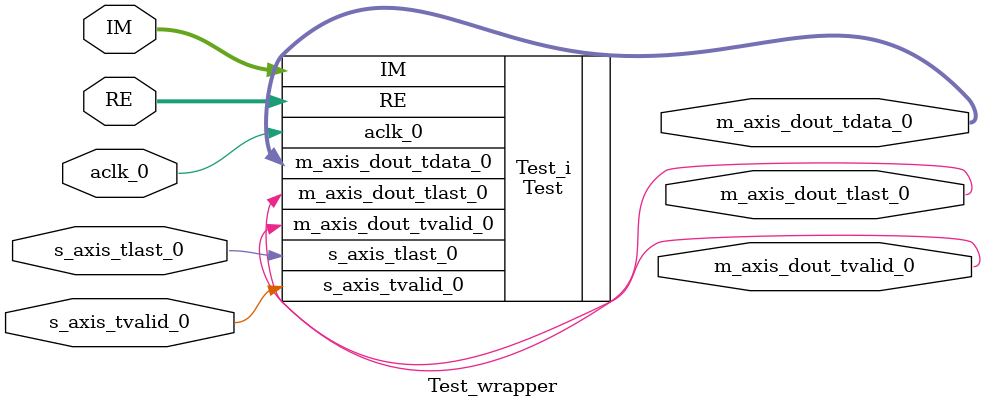
<source format=v>
`timescale 1 ps / 1 ps

module Test_wrapper
   (IM,
    RE,
    aclk_0,
    m_axis_dout_tdata_0,
    m_axis_dout_tlast_0,
    m_axis_dout_tvalid_0,
    s_axis_tlast_0,
    s_axis_tvalid_0);
  input [23:0]IM;
  input [23:0]RE;
  input aclk_0;
  output [31:0]m_axis_dout_tdata_0;
  output m_axis_dout_tlast_0;
  output m_axis_dout_tvalid_0;
  input s_axis_tlast_0;
  input s_axis_tvalid_0;

  wire [23:0]IM;
  wire [23:0]RE;
  wire aclk_0;
  wire [31:0]m_axis_dout_tdata_0;
  wire m_axis_dout_tlast_0;
  wire m_axis_dout_tvalid_0;
  wire s_axis_tlast_0;
  wire s_axis_tvalid_0;

  Test Test_i
       (.IM(IM),
        .RE(RE),
        .aclk_0(aclk_0),
        .m_axis_dout_tdata_0(m_axis_dout_tdata_0),
        .m_axis_dout_tlast_0(m_axis_dout_tlast_0),
        .m_axis_dout_tvalid_0(m_axis_dout_tvalid_0),
        .s_axis_tlast_0(s_axis_tlast_0),
        .s_axis_tvalid_0(s_axis_tvalid_0));
endmodule

</source>
